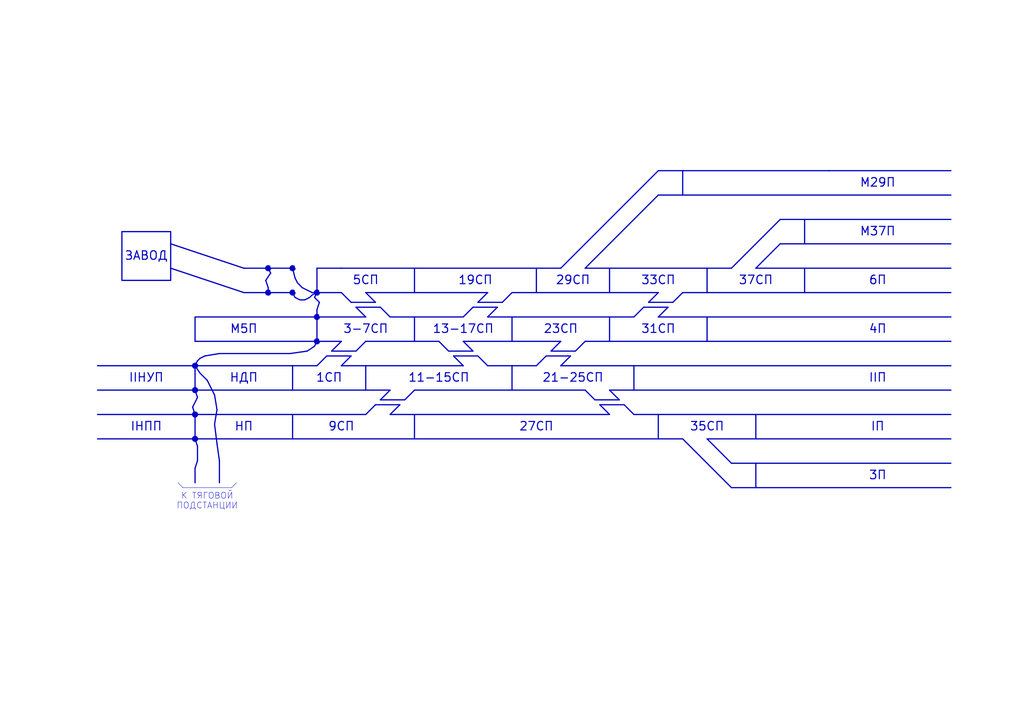
<source format=kicad_sch>
(kicad_sch
	(version 20231120)
	(generator "eeschema")
	(generator_version "8.0")
	(uuid "b2ec49a1-a956-4d7e-997a-c0b051ded1fe")
	(paper "A3")
	(title_block
		(company "АТ-451")
		(comment 2 "Михайлов А.К.")
		(comment 3 "Ворона В.К.")
	)
	(lib_symbols)
	(polyline
		(pts
			(xy 390 120) (xy 280 120)
		)
		(stroke
			(width 0.5)
			(type default)
		)
		(uuid "06af2e66-fa70-4d51-ab9e-b58931226fa7")
	)
	(polyline
		(pts
			(xy 140 110) (xy 230 110)
		)
		(stroke
			(width 0.5)
			(type default)
		)
		(uuid "077de279-b867-4867-bbf3-5fa5341d3173")
	)
	(polyline
		(pts
			(xy 270 120) (xy 210 120)
		)
		(stroke
			(width 0.5)
			(type default)
		)
		(uuid "07a5ec71-b991-4164-b0b7-05fc25eccdd5")
	)
	(polyline
		(pts
			(xy 111 112) (xy 109 115)
		)
		(stroke
			(width 0.5)
			(type default)
		)
		(uuid "0993db32-30d8-47ba-aa03-263834f30949")
	)
	(polyline
		(pts
			(xy 80 150) (xy 40 150)
		)
		(stroke
			(width 0.5)
			(type default)
		)
		(uuid "0a3d9377-9c60-4f9c-af00-e5f78f742fd1")
	)
	(polyline
		(pts
			(xy 130 120) (xy 128 121)
		)
		(stroke
			(width 0.5)
			(type default)
		)
		(uuid "0b64f6e8-0b5a-42d6-ae6f-b52fb9410210")
	)
	(polyline
		(pts
			(xy 250 130) (xy 250 140)
		)
		(stroke
			(width 0.5)
			(type default)
		)
		(uuid "0b8f10b6-27e8-4e32-98c8-dca3c49e3e27")
	)
	(polyline
		(pts
			(xy 120 110) (xy 121 114)
		)
		(stroke
			(width 0.5)
			(type default)
		)
		(uuid "0c829003-bee1-4d9b-befe-39acbd6e3c54")
	)
	(polyline
		(pts
			(xy 300 190) (xy 390 190)
		)
		(stroke
			(width 0.5)
			(type default)
		)
		(uuid "0d340197-368f-4cef-9155-2e2000f33ba5")
	)
	(polyline
		(pts
			(xy 144 124) (xy 154 124)
		)
		(stroke
			(width 0.5)
			(type default)
		)
		(uuid "0d8c40b3-51a4-4a48-9756-80ddb17de47e")
	)
	(polyline
		(pts
			(xy 240 160) (xy 241 161)
		)
		(stroke
			(width 0.5)
			(type default)
		)
		(uuid "0ef22102-3848-4a6c-bc37-dc4d8510656c")
	)
	(polyline
		(pts
			(xy 125 123) (xy 123 123)
		)
		(stroke
			(width 0.5)
			(type default)
		)
		(uuid "0ef660b9-b46b-4c87-9e5c-5d1cb31ca4a8")
	)
	(polyline
		(pts
			(xy 240 140) (xy 236 144)
		)
		(stroke
			(width 0.5)
			(type default)
		)
		(uuid "0f8ca367-d38b-4e23-8d4a-a1b22db57b73")
	)
	(polyline
		(pts
			(xy 129 122) (xy 131 124)
		)
		(stroke
			(width 0.5)
			(type default)
		)
		(uuid "0ff8da3e-ffbb-4429-a205-8662ffef3852")
	)
	(polyline
		(pts
			(xy 240 160) (xy 181 160)
		)
		(stroke
			(width 0.5)
			(type default)
		)
		(uuid "142d5f5f-f4ef-4590-a9b8-dd7bde8ae3cd")
	)
	(polyline
		(pts
			(xy 88 174) (xy 89 182)
		)
		(stroke
			(width 0.5)
			(type default)
		)
		(uuid "15dc7b1e-9514-42fb-9e15-b33e3c386da5")
	)
	(polyline
		(pts
			(xy 89 168) (xy 88 174)
		)
		(stroke
			(width 0.5)
			(type default)
		)
		(uuid "1a81fdc2-3ed1-42d2-8a40-ac6cb5a642b0")
	)
	(polyline
		(pts
			(xy 120 170) (xy 120 180)
		)
		(stroke
			(width 0.5)
			(type default)
		)
		(uuid "1cf7d024-5108-4a78-a1ba-57398e061b71")
	)
	(polyline
		(pts
			(xy 80 170) (xy 80 180)
		)
		(stroke
			(width 0.5)
			(type default)
		)
		(uuid "1d3f1cd7-e5a0-420c-a3bc-7be8e5f67fb2")
	)
	(polyline
		(pts
			(xy 82 153) (xy 85 156)
		)
		(stroke
			(width 0.5)
			(type default)
		)
		(uuid "226e04bd-52e0-4ff9-9f14-52eb9937ca4a")
	)
	(polyline
		(pts
			(xy 80 150) (xy 130 150)
		)
		(stroke
			(width 0.5)
			(type default)
		)
		(uuid "23df0e31-72c8-4c2d-abf3-1367fd435583")
	)
	(polyline
		(pts
			(xy 40 180) (xy 80 180)
		)
		(stroke
			(width 0.5)
			(type default)
		)
		(uuid "2424caee-04fe-4247-8b6a-69f345ce4cc0")
	)
	(polyline
		(pts
			(xy 95 200) (xy 97 198)
		)
		(stroke
			(width 0)
			(type default)
		)
		(uuid "246c9912-7b56-4099-ad41-9addc32ae6ba")
	)
	(polyline
		(pts
			(xy 144 146) (xy 140 150)
		)
		(stroke
			(width 0.5)
			(type default)
		)
		(uuid "2490596b-2dd0-4fa2-845a-b932b38bf7fd")
	)
	(polyline
		(pts
			(xy 170 130) (xy 170 140)
		)
		(stroke
			(width 0.5)
			(type default)
		)
		(uuid "24c931e0-10d0-4de9-8169-d8853c0d7395")
	)
	(polyline
		(pts
			(xy 150 140) (xy 146 144)
		)
		(stroke
			(width 0.5)
			(type default)
		)
		(uuid "285e69db-d2f3-4e9c-8e3c-a01774709c9a")
	)
	(polyline
		(pts
			(xy 310 170) (xy 310 180)
		)
		(stroke
			(width 0.5)
			(type default)
		)
		(uuid "293f3bdd-7ccb-4364-b420-433ce80b6435")
	)
	(polyline
		(pts
			(xy 226 144) (xy 230 140)
		)
		(stroke
			(width 0.5)
			(type default)
		)
		(uuid "2b3982b8-b14c-44f6-81fb-fec685254143")
	)
	(polyline
		(pts
			(xy 136 144) (xy 140 140)
		)
		(stroke
			(width 0.5)
			(type default)
		)
		(uuid "2ce1a52c-7526-472a-94ad-0f2247f89f18")
	)
	(polyline
		(pts
			(xy 130 140) (xy 129 142)
		)
		(stroke
			(width 0.5)
			(type default)
		)
		(uuid "2dddb4dd-a053-4645-b39c-0bce37e2ea10")
	)
	(polyline
		(pts
			(xy 81 183) (xy 81 189)
		)
		(stroke
			(width 0.5)
			(type default)
		)
		(uuid "30f84ee1-6752-441f-8b20-7e9eb6c2d23f")
	)
	(polyline
		(pts
			(xy 90 145) (xy 84 146)
		)
		(stroke
			(width 0.5)
			(type default)
		)
		(uuid "3117ef7d-75a7-4e22-ba4d-54ec2c97c238")
	)
	(polyline
		(pts
			(xy 122 116) (xy 124 118)
		)
		(stroke
			(width 0.5)
			(type default)
		)
		(uuid "31cf3b28-5a21-408b-870b-f29e7910fadd")
	)
	(polyline
		(pts
			(xy 250 160) (xy 254 164)
		)
		(stroke
			(width 0.5)
			(type default)
		)
		(uuid "3502f32a-111d-4015-9a92-3b38fdc7c2c1")
	)
	(polyline
		(pts
			(xy 270 80) (xy 240 110)
		)
		(stroke
			(width 0.5)
			(type default)
		)
		(uuid "35901106-3993-4e76-af7b-136ea056a36c")
	)
	(polyline
		(pts
			(xy 85 156) (xy 88 162)
		)
		(stroke
			(width 0.5)
			(type default)
		)
		(uuid "362821ad-f5ef-45e8-b1e4-c95c48b00d0d")
	)
	(polyline
		(pts
			(xy 131 124) (xy 130 127)
		)
		(stroke
			(width 0.5)
			(type default)
		)
		(uuid "37d4fd29-51a9-41b8-b095-1b447592ddc7")
	)
	(polyline
		(pts
			(xy 110 110) (xy 111 112)
		)
		(stroke
			(width 0.5)
			(type default)
		)
		(uuid "3a48045f-4d0b-41e0-8cc0-0d6f310527fe")
	)
	(polyline
		(pts
			(xy 240 140) (xy 390 140)
		)
		(stroke
			(width 0.5)
			(type default)
		)
		(uuid "3a675ab8-5365-4ecc-bba0-ce02c1411e7b")
	)
	(polyline
		(pts
			(xy 300 200) (xy 390 200)
		)
		(stroke
			(width 0.5)
			(type default)
		)
		(uuid "3a782cfd-e4d8-4209-808d-b6b4dbddae77")
	)
	(polyline
		(pts
			(xy 80 160) (xy 160 160)
		)
		(stroke
			(width 0.5)
			(type default)
		)
		(uuid "3aa5c3e9-8731-4f76-8eed-f1a494061b0a")
	)
	(polyline
		(pts
			(xy 184 144) (xy 194 144)
		)
		(stroke
			(width 0.5)
			(type default)
		)
		(uuid "3ffd5f74-c7b6-4043-be30-14857e6d2b8e")
	)
	(polyline
		(pts
			(xy 260 130) (xy 264 126)
		)
		(stroke
			(width 0.5)
			(type default)
		)
		(uuid "410a931d-eb31-4bef-a33c-b72b79ae6bdb")
	)
	(polyline
		(pts
			(xy 226 144) (xy 236 144)
		)
		(stroke
			(width 0.5)
			(type default)
		)
		(uuid "414e6b28-f7c8-476b-86bd-ecbd50bc68fc")
	)
	(polyline
		(pts
			(xy 184 144) (xy 180 140)
		)
		(stroke
			(width 0.5)
			(type default)
		)
		(uuid "41e33b2b-c199-4486-a00d-03174552e550")
	)
	(polyline
		(pts
			(xy 280 70) (xy 280 80)
		)
		(stroke
			(width 0.5)
			(type default)
		)
		(uuid "42efef7b-4e20-492c-bf97-0f7e73297f34")
	)
	(polyline
		(pts
			(xy 130 120) (xy 140 120)
		)
		(stroke
			(width 0.5)
			(type default)
		)
		(uuid "459e3cd4-f69a-4c28-96eb-a3743d8c6731")
	)
	(polyline
		(pts
			(xy 130 110) (xy 130 120)
		)
		(stroke
			(width 0.5)
			(type default)
		)
		(uuid "4794235b-dbfe-4fa5-a877-06838372c875")
	)
	(polyline
		(pts
			(xy 80 192) (xy 80 195)
		)
		(stroke
			(width 0.5)
			(type default)
		)
		(uuid "488dd222-6d0f-47e9-aa67-0f7b833e7423")
	)
	(polyline
		(pts
			(xy 246 166) (xy 256 166)
		)
		(stroke
			(width 0.5)
			(type default)
		)
		(uuid "49635666-0f74-41f9-b082-7c8d01e239f5")
	)
	(polyline
		(pts
			(xy 260 170) (xy 390 170)
		)
		(stroke
			(width 0.5)
			(type default)
		)
		(uuid "4c57f236-9792-4235-83b7-7ed175d8beca")
	)
	(polyline
		(pts
			(xy 128 120) (xy 130 120)
		)
		(stroke
			(width 0.5)
			(type default)
		)
		(uuid "4fcf728a-ed91-42d1-9fdc-9b201b837fa2")
	)
	(polyline
		(pts
			(xy 75 200) (xy 95 200)
		)
		(stroke
			(width 0)
			(type default)
		)
		(uuid "50dd8c50-a10e-49b5-b0a8-4c1d21195923")
	)
	(polyline
		(pts
			(xy 119 145) (xy 90 145)
		)
		(stroke
			(width 0.5)
			(type default)
		)
		(uuid "522b0b65-3f28-4ef3-9bd6-adafbd82d222")
	)
	(polyline
		(pts
			(xy 260 170) (xy 256 166)
		)
		(stroke
			(width 0.5)
			(type default)
		)
		(uuid "556e0fad-0a04-4d1c-9c45-84fa3b7a1285")
	)
	(polyline
		(pts
			(xy 109 115) (xy 110 118)
		)
		(stroke
			(width 0.5)
			(type default)
		)
		(uuid "5813eb3e-abb3-479d-b82c-a363b5445a6c")
	)
	(polyline
		(pts
			(xy 300 190) (xy 290 180)
		)
		(stroke
			(width 0.5)
			(type default)
		)
		(uuid "59035b7d-20a7-4dd9-ac18-7074a1c865ca")
	)
	(polyline
		(pts
			(xy 170 170) (xy 170 180)
		)
		(stroke
			(width 0.5)
			(type default)
		)
		(uuid "5c635eae-286c-41de-a991-520aa956f20e")
	)
	(polyline
		(pts
			(xy 194 126) (xy 204 126)
		)
		(stroke
			(width 0.5)
			(type default)
		)
		(uuid "60185a14-1c2e-46b5-9783-f0e8f3dc6db8")
	)
	(polyline
		(pts
			(xy 81 148) (xy 80 150)
		)
		(stroke
			(width 0.5)
			(type default)
		)
		(uuid "624fb422-c770-4886-85f5-68002d291c41")
	)
	(polyline
		(pts
			(xy 280 120) (xy 276 124)
		)
		(stroke
			(width 0.5)
			(type default)
		)
		(uuid "6358afef-3432-4843-8f07-cc81d824ef85")
	)
	(polyline
		(pts
			(xy 130 130) (xy 130 140)
		)
		(stroke
			(width 0.5)
			(type default)
		)
		(uuid "63a65d9a-a7bb-4795-83be-18152f2e1f17")
	)
	(polyline
		(pts
			(xy 130 120) (xy 129 122)
		)
		(stroke
			(width 0.5)
			(type default)
		)
		(uuid "646a6185-2cf7-470e-bfeb-d30bbf3aead8")
	)
	(polyline
		(pts
			(xy 250 110) (xy 250 120)
		)
		(stroke
			(width 0.5)
			(type default)
		)
		(uuid "65a24bac-a63b-4d41-9e75-b80676d75086")
	)
	(polyline
		(pts
			(xy 264 126) (xy 274 126)
		)
		(stroke
			(width 0.5)
			(type default)
		)
		(uuid "66d772af-be70-4028-9fe4-7eccfde834c4")
	)
	(polyline
		(pts
			(xy 200 130) (xy 260 130)
		)
		(stroke
			(width 0.5)
			(type default)
		)
		(uuid "67c9f219-e0f9-4f29-94c1-9d0acedd0b36")
	)
	(polyline
		(pts
			(xy 170 160) (xy 181 160)
		)
		(stroke
			(width 0.5)
			(type default)
		)
		(uuid "696e9c2d-f311-45d6-806b-3e3b0e4875fc")
	)
	(polyline
		(pts
			(xy 80 130) (xy 150 130)
		)
		(stroke
			(width 0.5)
			(type default)
		)
		(uuid "6c1626ff-6d72-4313-b639-3b6a2d295dcd")
	)
	(polyline
		(pts
			(xy 170 110) (xy 170 120)
		)
		(stroke
			(width 0.5)
			(type default)
		)
		(uuid "6c79a266-4d24-40ae-9f82-9d109960f06e")
	)
	(polyline
		(pts
			(xy 121 114) (xy 122 116)
		)
		(stroke
			(width 0.5)
			(type default)
		)
		(uuid "6cd8db4f-d97f-46e0-a7fa-8f83fd5621da")
	)
	(polyline
		(pts
			(xy 70 100) (xy 100 110)
		)
		(stroke
			(width 0.5)
			(type default)
		)
		(uuid "6cefc131-55ee-4041-a697-f4c33994ce03")
	)
	(polyline
		(pts
			(xy 140 150) (xy 190 150)
		)
		(stroke
			(width 0.5)
			(type default)
		)
		(uuid "6db45343-5333-4a5e-a6bc-91c3ae5c3532")
	)
	(polyline
		(pts
			(xy 130 127) (xy 130 130)
		)
		(stroke
			(width 0.5)
			(type default)
		)
		(uuid "6dbe466e-2384-494e-8bb3-472e84caabfd")
	)
	(polyline
		(pts
			(xy 150 150) (xy 150 160)
		)
		(stroke
			(width 0.5)
			(type default)
		)
		(uuid "6dc25fe3-541c-4b53-ac09-5317cb8b5a03")
	)
	(polyline
		(pts
			(xy 81 163) (xy 79 167)
		)
		(stroke
			(width 0.5)
			(type default)
		)
		(uuid "6e88201e-d994-4a92-b01e-a73fff9bae1a")
	)
	(polyline
		(pts
			(xy 120 160) (xy 120 150)
		)
		(stroke
			(width 0.5)
			(type default)
		)
		(uuid "6efd9ffc-360f-4990-b8de-ae3ccea0b4a9")
	)
	(polyline
		(pts
			(xy 200 150) (xy 220 150)
		)
		(stroke
			(width 0.5)
			(type default)
		)
		(uuid "700e4558-cbc9-4be2-8eb0-cf5a6e8c12e9")
	)
	(polyline
		(pts
			(xy 144 124) (xy 140 120)
		)
		(stroke
			(width 0.5)
			(type default)
		)
		(uuid "702de253-e26e-4b66-80b2-112840f68ee3")
	)
	(polyline
		(pts
			(xy 150 120) (xy 154 124)
		)
		(stroke
			(width 0.5)
			(type default)
		)
		(uuid "703c7220-85e4-4355-bd14-292877e5b904")
	)
	(polyline
		(pts
			(xy 160 130) (xy 190 130)
		)
		(stroke
			(width 0.5)
			(type default)
		)
		(uuid "71a9013b-722c-47d3-a934-bff085eafd40")
	)
	(polyline
		(pts
			(xy 290 130) (xy 290 140)
		)
		(stroke
			(width 0.5)
			(type default)
		)
		(uuid "71cb537a-8ee4-4fc0-8e37-b31499e27515")
	)
	(polyline
		(pts
			(xy 134 146) (xy 144 146)
		)
		(stroke
			(width 0.5)
			(type default)
		)
		(uuid "725cb920-2184-40ff-bce7-af35afc416bc")
	)
	(polyline
		(pts
			(xy 80 170) (xy 150 170)
		)
		(stroke
			(width 0.5)
			(type default)
		)
		(uuid "7367e74c-eccc-49b9-b9a2-c388777fbdb6")
	)
	(polyline
		(pts
			(xy 246 166) (xy 250 170)
		)
		(stroke
			(width 0.5)
			(type default)
		)
		(uuid "744431ae-f342-4a12-9b64-4a317ed3f529")
	)
	(polyline
		(pts
			(xy 156 126) (xy 160 130)
		)
		(stroke
			(width 0.5)
			(type default)
		)
		(uuid "75658f42-26c3-40de-b86b-928ac558279f")
	)
	(polyline
		(pts
			(xy 230 110) (xy 270 70)
		)
		(stroke
			(width 0.5)
			(type default)
		)
		(uuid "7c8c47a9-15fe-48ca-8d49-7b708d2f6271")
	)
	(polyline
		(pts
			(xy 128 121) (xy 127 122)
		)
		(stroke
			(width 0.5)
			(type default)
		)
		(uuid "7d41eb35-662b-420a-b070-f4c41ae93382")
	)
	(polyline
		(pts
			(xy 80 195) (xy 80 198)
		)
		(stroke
			(width 0.5)
			(type default)
		)
		(uuid "82d0b2ee-ac0e-4f20-86bd-d0de11801362")
	)
	(polyline
		(pts
			(xy 254 164) (xy 244 164)
		)
		(stroke
			(width 0.5)
			(type default)
		)
		(uuid "82dae84f-c440-4755-a362-b0140f59dc6a")
	)
	(polyline
		(pts
			(xy 160 170) (xy 164 166)
		)
		(stroke
			(width 0.5)
			(type default)
		)
		(uuid "8408a147-c8af-49ff-8ba2-0ce407d1728c")
	)
	(polyline
		(pts
			(xy 40 160) (xy 80 160)
		)
		(stroke
			(width 0.5)
			(type default)
		)
		(uuid "8434d402-b2e6-409b-9116-0cf9b96cb34e")
	)
	(polyline
		(pts
			(xy 270 70) (xy 340 70)
		)
		(stroke
			(width 0.5)
			(type default)
		)
		(uuid "857dcba4-3881-4f9d-b0ba-6923727011f5")
	)
	(polyline
		(pts
			(xy 230 150) (xy 390 150)
		)
		(stroke
			(width 0.5)
			(type default)
		)
		(uuid "865eae8e-2f70-4980-a0fa-cbae0af1ce1c")
	)
	(polyline
		(pts
			(xy 196 124) (xy 200 120)
		)
		(stroke
			(width 0.5)
			(type default)
		)
		(uuid "8714c31c-4b8c-4686-bfa4-4d6dcfcb0bd5")
	)
	(polyline
		(pts
			(xy 140 110) (xy 130 110)
		)
		(stroke
			(width 0.5)
			(type default)
		)
		(uuid "8921ed80-3e8f-42b9-840c-d5f1e6452498")
	)
	(polyline
		(pts
			(xy 81 189) (xy 80 192)
		)
		(stroke
			(width 0.5)
			(type default)
		)
		(uuid "8b19b926-3737-4c60-8b07-9b118677f801")
	)
	(polyline
		(pts
			(xy 79 167) (xy 80 170)
		)
		(stroke
			(width 0.5)
			(type default)
		)
		(uuid "8cde95c6-37de-44a8-9b4c-54876ca77ed3")
	)
	(polyline
		(pts
			(xy 190 140) (xy 230 140)
		)
		(stroke
			(width 0.5)
			(type default)
		)
		(uuid "8ee05ec3-e95e-46e0-b5e7-7d58c48e93f7")
	)
	(polyline
		(pts
			(xy 160 170) (xy 250 170)
		)
		(stroke
			(width 0.5)
			(type default)
		)
		(uuid "8fc6bf87-010a-4767-b98e-789a5975c365")
	)
	(polyline
		(pts
			(xy 196 124) (xy 206 124)
		)
		(stroke
			(width 0.5)
			(type default)
		)
		(uuid "90743ce8-10be-47e9-9c37-3eff78d445ad")
	)
	(polyline
		(pts
			(xy 126 144) (xy 119 145)
		)
		(stroke
			(width 0.5)
			(type default)
		)
		(uuid "9633ce99-9997-4a99-9e2c-d365cb12085c")
	)
	(polyline
		(pts
			(xy 290 110) (xy 290 120)
		)
		(stroke
			(width 0.5)
			(type default)
		)
		(uuid "965380bb-c672-4847-a63d-f127fade1140")
	)
	(polyline
		(pts
			(xy 80 170) (xy 40 170)
		)
		(stroke
			(width 0.5)
			(type default)
		)
		(uuid "973b89c4-3dd6-454f-9002-c5c19bf54e20")
	)
	(polyline
		(pts
			(xy 270 170) (xy 270 180)
		)
		(stroke
			(width 0.5)
			(type default)
		)
		(uuid "9747541f-fc99-405b-b867-42bb083f7316")
	)
	(polyline
		(pts
			(xy 204 126) (xy 200 130)
		)
		(stroke
			(width 0.5)
			(type default)
		)
		(uuid "99028d16-8c40-485b-8524-d389fc45890a")
	)
	(polyline
		(pts
			(xy 190 150) (xy 186 146)
		)
		(stroke
			(width 0.5)
			(type default)
		)
		(uuid "9b1d1983-b922-49a9-8db3-20803a05075f")
	)
	(polyline
		(pts
			(xy 196 146) (xy 200 150)
		)
		(stroke
			(width 0.5)
			(type default)
		)
		(uuid "9cc13f77-6c43-4d0e-9d9f-259535fcacfe")
	)
	(polyline
		(pts
			(xy 310 110) (xy 390 110)
		)
		(stroke
			(width 0.5)
			(type default)
		)
		(uuid "a0a2df9f-09ae-446a-9eb9-46c59c5eb2ff")
	)
	(polyline
		(pts
			(xy 250 160) (xy 390 160)
		)
		(stroke
			(width 0.5)
			(type default)
		)
		(uuid "a0ff3f51-9559-4ae4-8275-87ee0652c166")
	)
	(polyline
		(pts
			(xy 210 130) (xy 210 140)
		)
		(stroke
			(width 0.5)
			(type default)
		)
		(uuid "a5543baa-7f2f-4122-85e1-45a9e9d2b8ed")
	)
	(polyline
		(pts
			(xy 80 130) (xy 80 140)
		)
		(stroke
			(width 0.5)
			(type default)
		)
		(uuid "a5735968-0f11-4977-af94-b7f007d4cf3c")
	)
	(polyline
		(pts
			(xy 136 144) (xy 146 144)
		)
		(stroke
			(width 0.5)
			(type default)
		)
		(uuid "a5ce0c15-cf0a-4043-9fb7-054f340b46da")
	)
	(polyline
		(pts
			(xy 110 118) (xy 110 120)
		)
		(stroke
			(width 0.5)
			(type default)
		)
		(uuid "a5ffb81c-f460-47f3-a9c6-ed0e690977e3")
	)
	(polyline
		(pts
			(xy 220 110) (xy 220 120)
		)
		(stroke
			(width 0.5)
			(type default)
		)
		(uuid "a895c328-a71b-4004-8671-c1dda2e0638c")
	)
	(polyline
		(pts
			(xy 124 118) (xy 128 120)
		)
		(stroke
			(width 0.5)
			(type default)
		)
		(uuid "aa39d085-6399-4b87-8b92-d8198ca0a2c3")
	)
	(polyline
		(pts
			(xy 260 150) (xy 260 160)
		)
		(stroke
			(width 0.5)
			(type default)
		)
		(uuid "aa53b2d8-5557-433e-b884-9cf04f7d952b")
	)
	(polyline
		(pts
			(xy 88 162) (xy 89 168)
		)
		(stroke
			(width 0.5)
			(type default)
		)
		(uuid "aae505d0-2924-4da8-bb8b-9a7e589e5f1e")
	)
	(polyline
		(pts
			(xy 290 180) (xy 390 180)
		)
		(stroke
			(width 0.5)
			(type default)
		)
		(uuid "ac4f2dcc-d13d-4028-bbf7-220a34c4a980")
	)
	(polyline
		(pts
			(xy 330 90) (xy 330 100)
		)
		(stroke
			(width 0.5)
			(type default)
		)
		(uuid "ace2c0a0-f4d6-461a-a287-8df4c9f914e1")
	)
	(polyline
		(pts
			(xy 156 164) (xy 166 164)
		)
		(stroke
			(width 0.5)
			(type default)
		)
		(uuid "af2f24a4-87d9-4152-9487-94feea119313")
	)
	(polyline
		(pts
			(xy 150 130) (xy 146 126)
		)
		(stroke
			(width 0.5)
			(type default)
		)
		(uuid "af5359fd-28bd-42a3-ba79-46c731de8bf1")
	)
	(polyline
		(pts
			(xy 156 164) (xy 160 160)
		)
		(stroke
			(width 0.5)
			(type default)
		)
		(uuid "afb9e501-c57c-49e5-9ba4-a18bef0eb346")
	)
	(polyline
		(pts
			(xy 266 124) (xy 270 120)
		)
		(stroke
			(width 0.5)
			(type default)
		)
		(uuid "b090282e-81d0-4755-8f16-17063315269b")
	)
	(polyline
		(pts
			(xy 320 100) (xy 310 110)
		)
		(stroke
			(width 0.5)
			(type default)
		)
		(uuid "b0a0894f-0b94-41ba-9986-1373e7fd5083")
	)
	(polyline
		(pts
			(xy 80 160) (xy 80 160)
		)
		(stroke
			(width 0.5)
			(type default)
		)
		(uuid "b33e3ccb-d5c6-46df-8d02-f0880140dad4")
	)
	(polyline
		(pts
			(xy 84 146) (xy 82 147)
		)
		(stroke
			(width 0.5)
			(type default)
		)
		(uuid "b44213f5-f782-4d0d-955f-dedba545cbd0")
	)
	(polyline
		(pts
			(xy 210 150) (xy 210 160)
		)
		(stroke
			(width 0.5)
			(type default)
		)
		(uuid "b74e5009-23a5-4c7e-8abe-1d687604b187")
	)
	(polyline
		(pts
			(xy 224 146) (xy 234 146)
		)
		(stroke
			(width 0.5)
			(type default)
		)
		(uuid "b75172b5-8de6-40a9-bdb6-290d0ddbacf7")
	)
	(polyline
		(pts
			(xy 234 146) (xy 230 150)
		)
		(stroke
			(width 0.5)
			(type default)
		)
		(uuid "b7972184-15e5-433a-9c94-a766048cc6de")
	)
	(polyline
		(pts
			(xy 320 90) (xy 390 90)
		)
		(stroke
			(width 0.5)
			(type default)
		)
		(uuid "bba39fbf-3946-40ee-af3a-ac30a14ef0ac")
	)
	(polyline
		(pts
			(xy 320 100) (xy 390 100)
		)
		(stroke
			(width 0.5)
			(type default)
		)
		(uuid "be8c56b8-694d-4270-8f7a-812ad62b40c9")
	)
	(polyline
		(pts
			(xy 80 140) (xy 140 140)
		)
		(stroke
			(width 0.5)
			(type default)
		)
		(uuid "c3afb707-db40-4dc9-9ef2-dd62f4155e2f")
	)
	(polyline
		(pts
			(xy 90 189) (xy 90 198)
		)
		(stroke
			(width 0.5)
			(type default)
		)
		(uuid "c45a0316-c4d9-484a-9001-ae3d89769869")
	)
	(polyline
		(pts
			(xy 150 120) (xy 200 120)
		)
		(stroke
			(width 0.5)
			(type default)
		)
		(uuid "c4bc500f-3d26-440f-b027-edc72f000770")
	)
	(polyline
		(pts
			(xy 210 120) (xy 206 124)
		)
		(stroke
			(width 0.5)
			(type default)
		)
		(uuid "c6f533ed-3bcb-4afc-8f53-605e7d1149e5")
	)
	(polyline
		(pts
			(xy 154 166) (xy 164 166)
		)
		(stroke
			(width 0.5)
			(type default)
		)
		(uuid "c8de5188-d004-4073-9538-4373ff4731a0")
	)
	(polyline
		(pts
			(xy 80 150) (xy 80 160)
		)
		(stroke
			(width 0.5)
			(type default)
		)
		(uuid "c8fd6513-5fba-40b7-a399-49a8580f7f14")
	)
	(polyline
		(pts
			(xy 154 166) (xy 150 170)
		)
		(stroke
			(width 0.5)
			(type default)
		)
		(uuid "cb6cd60b-3745-4809-9258-0ce0dab09eeb")
	)
	(polyline
		(pts
			(xy 190 130) (xy 194 126)
		)
		(stroke
			(width 0.5)
			(type default)
		)
		(uuid "cbec465c-b0cd-41ee-853e-7390b02dc834")
	)
	(polyline
		(pts
			(xy 180 140) (xy 150 140)
		)
		(stroke
			(width 0.5)
			(type default)
		)
		(uuid "cccd15bf-35d6-4bc3-b5ab-5acad212d1b6")
	)
	(polyline
		(pts
			(xy 190 140) (xy 194 144)
		)
		(stroke
			(width 0.5)
			(type default)
		)
		(uuid "cd9345a8-9a4c-497a-9638-4b69030de781")
	)
	(polyline
		(pts
			(xy 80 160) (xy 81 163)
		)
		(stroke
			(width 0.5)
			(type default)
		)
		(uuid "d0f80cd2-63f2-4a72-b6b5-097ec502ccc2")
	)
	(polyline
		(pts
			(xy 130 150) (xy 134 146)
		)
		(stroke
			(width 0.5)
			(type default)
		)
		(uuid "d16393c1-e742-41f2-a602-f34a7429a34e")
	)
	(polyline
		(pts
			(xy 73 198) (xy 75 200)
		)
		(stroke
			(width 0)
			(type default)
		)
		(uuid "d213713b-2c38-4ef4-9efb-663835c274e3")
	)
	(polyline
		(pts
			(xy 300 110) (xy 320 90)
		)
		(stroke
			(width 0.5)
			(type default)
		)
		(uuid "d315e4c2-bfee-49cb-b836-9e4b837b8c14")
	)
	(polyline
		(pts
			(xy 82 147) (xy 81 148)
		)
		(stroke
			(width 0.5)
			(type default)
		)
		(uuid "d39b17c5-e0a6-47fc-9800-24ddb3e84859")
	)
	(polyline
		(pts
			(xy 127 122) (xy 125 123)
		)
		(stroke
			(width 0.5)
			(type default)
		)
		(uuid "d4251508-d16b-47e8-9c13-829b812c9471")
	)
	(polyline
		(pts
			(xy 123 123) (xy 121 122)
		)
		(stroke
			(width 0.5)
			(type default)
		)
		(uuid "d6a27994-3fd1-4a06-b26d-323019b39d65")
	)
	(polyline
		(pts
			(xy 70 110) (xy 100 120)
		)
		(stroke
			(width 0.5)
			(type default)
		)
		(uuid "d855c068-fac9-4ddc-a1bb-03ac14c1da8f")
	)
	(polyline
		(pts
			(xy 340 70) (xy 390 70)
		)
		(stroke
			(width 0.5)
			(type default)
		)
		(uuid "d98fe561-e988-4ac8-947d-00e9042ae49f")
	)
	(polyline
		(pts
			(xy 120 110) (xy 100 110)
		)
		(stroke
			(width 0.5)
			(type default)
		)
		(uuid "d9f96856-fce9-4c36-8da4-ba92adc95e57")
	)
	(polyline
		(pts
			(xy 244 164) (xy 241 161)
		)
		(stroke
			(width 0.5)
			(type default)
		)
		(uuid "dbbeb3f7-d8b8-4f10-9f30-ed29407da874")
	)
	(polyline
		(pts
			(xy 129 142) (xy 126 144)
		)
		(stroke
			(width 0.5)
			(type default)
		)
		(uuid "dcce4ef2-bcbb-426b-8089-78a821bda4e5")
	)
	(polyline
		(pts
			(xy 310 190) (xy 310 200)
		)
		(stroke
			(width 0.5)
			(type default)
		)
		(uuid "e113bceb-3c2f-47c4-8f76-24621fcd6a51")
	)
	(polyline
		(pts
			(xy 89 182) (xy 90 189)
		)
		(stroke
			(width 0.5)
			(type default)
		)
		(uuid "e1b9b857-9036-46eb-9ffd-031cc1fba65c")
	)
	(polyline
		(pts
			(xy 266 124) (xy 276 124)
		)
		(stroke
			(width 0.5)
			(type default)
		)
		(uuid "e7939767-3dd3-4f03-81a2-37c3aec6f62b")
	)
	(polyline
		(pts
			(xy 186 146) (xy 196 146)
		)
		(stroke
			(width 0.5)
			(type default)
		)
		(uuid "e89fb1b4-ce80-4418-9ed5-fa6236ea0d94")
	)
	(polyline
		(pts
			(xy 170 160) (xy 166 164)
		)
		(stroke
			(width 0.5)
			(type default)
		)
		(uuid "ea397d4a-7a03-4e16-983c-51e3982ae302")
	)
	(polyline
		(pts
			(xy 270 130) (xy 390 130)
		)
		(stroke
			(width 0.5)
			(type default)
		)
		(uuid "eafd9a86-36cc-4a3b-9291-a86a05317d94")
	)
	(polyline
		(pts
			(xy 300 200) (xy 280 180)
		)
		(stroke
			(width 0.5)
			(type default)
		)
		(uuid "eb1d8ba9-fb2e-4b33-8092-2b571762122c")
	)
	(polyline
		(pts
			(xy 270 80) (xy 390 80)
		)
		(stroke
			(width 0.5)
			(type default)
		)
		(uuid "ec60c377-4331-4d88-b20c-71f821e02867")
	)
	(polyline
		(pts
			(xy 120 120) (xy 100 120)
		)
		(stroke
			(width 0.5)
			(type default)
		)
		(uuid "ed7690c8-6b89-4464-a881-f13a0c98366a")
	)
	(polyline
		(pts
			(xy 274 126) (xy 270 130)
		)
		(stroke
			(width 0.5)
			(type default)
		)
		(uuid "eecc9e41-2520-4f3e-a95b-a7f906301213")
	)
	(polyline
		(pts
			(xy 80 180) (xy 81 183)
		)
		(stroke
			(width 0.5)
			(type default)
		)
		(uuid "f2ab03a3-55eb-4be5-87fe-399bb02ae6bb")
	)
	(polyline
		(pts
			(xy 240 110) (xy 300 110)
		)
		(stroke
			(width 0.5)
			(type default)
		)
		(uuid "f3e629da-20e5-4d0f-8657-cb7c799c8d50")
	)
	(polyline
		(pts
			(xy 80 180) (xy 280 180)
		)
		(stroke
			(width 0.5)
			(type default)
		)
		(uuid "f49c0a3c-771f-402b-b2e7-5b1e95ec7d1b")
	)
	(polyline
		(pts
			(xy 220 150) (xy 224 146)
		)
		(stroke
			(width 0.5)
			(type default)
		)
		(uuid "f4b7fec7-bc6a-4a95-aa50-383245e34097")
	)
	(polyline
		(pts
			(xy 146 126) (xy 156 126)
		)
		(stroke
			(width 0.5)
			(type default)
		)
		(uuid "f772d058-fb2c-4689-8fec-e50b7a32b383")
	)
	(polyline
		(pts
			(xy 120 120) (xy 121 122)
		)
		(stroke
			(width 0.5)
			(type default)
		)
		(uuid "fc4896e9-d20c-40e1-8a0d-766ebe629bf7")
	)
	(polyline
		(pts
			(xy 330 110) (xy 330 120)
		)
		(stroke
			(width 0.5)
			(type default)
		)
		(uuid "fea8e1f0-0b77-414a-8f40-1c1355751dea")
	)
	(polyline
		(pts
			(xy 80 150) (xy 82 153)
		)
		(stroke
			(width 0.5)
			(type default)
		)
		(uuid "fef3991b-3db5-4cd7-b33d-94f58ea6f793")
	)
	(circle
		(center 80 180)
		(radius 1)
		(stroke
			(width 0.5)
			(type default)
		)
		(fill
			(type color)
			(color 0 0 194 1)
		)
		(uuid 066fada1-6677-4ca2-bafa-dcef53dc3073)
	)
	(circle
		(center 120 110)
		(radius 1)
		(stroke
			(width 0.5)
			(type dash_dot_dot)
		)
		(fill
			(type color)
			(color 0 0 194 1)
		)
		(uuid 0c38a38f-77d4-4831-be07-d50e39fc7869)
	)
	(circle
		(center 80 160)
		(radius 1)
		(stroke
			(width 0.5)
			(type default)
		)
		(fill
			(type color)
			(color 0 0 194 1)
		)
		(uuid 0f715270-fb05-428d-bf51-41327500fcc3)
	)
	(circle
		(center 110 110)
		(radius 1)
		(stroke
			(width 0.5)
			(type dash_dot_dot)
		)
		(fill
			(type color)
			(color 0 0 194 1)
		)
		(uuid 1935b166-2c68-4498-940e-4befad27c3b9)
	)
	(circle
		(center 130 130)
		(radius 1)
		(stroke
			(width 0.5)
			(type dash_dot_dot)
		)
		(fill
			(type color)
			(color 0 0 194 1)
		)
		(uuid 2cc8347e-8656-41b1-a1a6-2e5ca9f9c61a)
	)
	(circle
		(center 130 120)
		(radius 1)
		(stroke
			(width 0.5)
			(type dash_dot_dot)
		)
		(fill
			(type color)
			(color 0 0 194 1)
		)
		(uuid 3b92c3ff-7e22-449c-b0d1-99ec3f10a874)
	)
	(circle
		(center 110 120)
		(radius 1)
		(stroke
			(width 0.5)
			(type dash_dot_dot)
		)
		(fill
			(type color)
			(color 0 0 194 1)
		)
		(uuid 3d2e5a4f-fd5d-4730-86f9-e37a25465465)
	)
	(rectangle
		(start 50 95)
		(end 70 115)
		(stroke
			(width 0.5)
			(type default)
		)
		(fill
			(type none)
		)
		(uuid 7fd078f2-a746-4ff1-9d57-9b5b9fbb5596)
	)
	(circle
		(center 80 150)
		(radius 1)
		(stroke
			(width 0.5)
			(type default)
		)
		(fill
			(type color)
			(color 0 0 194 1)
		)
		(uuid a5f94f7e-d53f-4963-b62d-c7865824b30a)
	)
	(circle
		(center 130 140)
		(radius 1)
		(stroke
			(width 0.5)
			(type dash_dot_dot)
		)
		(fill
			(type color)
			(color 0 0 194 1)
		)
		(uuid c3b0fd51-8745-4d32-9533-556e259d79b0)
	)
	(circle
		(center 80 170)
		(radius 1)
		(stroke
			(width 0.5)
			(type default)
		)
		(fill
			(type color)
			(color 0 0 194 1)
		)
		(uuid c8110f3d-e431-4078-8fd5-63cd25641932)
	)
	(circle
		(center 120 120)
		(radius 1)
		(stroke
			(width 0.5)
			(type dash_dot_dot)
		)
		(fill
			(type color)
			(color 0 0 194 1)
		)
		(uuid d33224e6-6403-4826-8d8f-5388e77ac2b0)
	)
	(text "19СП"
		(exclude_from_sim no)
		(at 195 115 0)
		(effects
			(font
				(size 3.5 3.5)
				(thickness 0.4375)
			)
		)
		(uuid "073a8464-f1ad-4466-a55b-a84a6c406b92")
	)
	(text "29СП"
		(exclude_from_sim no)
		(at 235 115 0)
		(effects
			(font
				(size 3.5 3.5)
				(thickness 0.4375)
			)
		)
		(uuid "15d9d239-54a4-435f-aed5-e23921b56fcc")
	)
	(text "М29П"
		(exclude_from_sim no)
		(at 360 75 0)
		(effects
			(font
				(size 3.5 3.5)
				(thickness 0.4375)
			)
		)
		(uuid "224f421c-3ca8-4e4f-962e-f68552838c99")
	)
	(text "37СП"
		(exclude_from_sim no)
		(at 310 115 0)
		(effects
			(font
				(size 3.5 3.5)
				(thickness 0.4375)
			)
		)
		(uuid "2ac7c129-bc2e-4649-9f87-07beb29fd3ac")
	)
	(text "НДП"
		(exclude_from_sim no)
		(at 100 155 0)
		(effects
			(font
				(size 3.5 3.5)
				(thickness 0.4375)
			)
		)
		(uuid "2df017a6-3532-4e89-a684-8a5473ace5e2")
	)
	(text "1СП"
		(exclude_from_sim no)
		(at 135 155 0)
		(effects
			(font
				(size 3.5 3.5)
				(thickness 0.4375)
			)
		)
		(uuid "422a0aff-0639-495e-878f-08eecf2c5687")
	)
	(text "27СП"
		(exclude_from_sim no)
		(at 220 175 0)
		(effects
			(font
				(size 3.5 3.5)
				(thickness 0.4375)
			)
		)
		(uuid "545def95-0082-4ffe-b43f-9c15bf5bf357")
	)
	(text "11-15СП"
		(exclude_from_sim no)
		(at 180 155 0)
		(effects
			(font
				(size 3.5 3.5)
				(thickness 0.4375)
			)
		)
		(uuid "6165a113-a89c-43ae-ba47-80bdaec44968")
	)
	(text "М37П"
		(exclude_from_sim no)
		(at 360 95 0)
		(effects
			(font
				(size 3.5 3.5)
				(thickness 0.4375)
			)
		)
		(uuid "676bfd45-b1b6-49c9-8c7e-ad150c293379")
	)
	(text "13-17СП"
		(exclude_from_sim no)
		(at 190 135 0)
		(effects
			(font
				(size 3.5 3.5)
				(thickness 0.4375)
			)
		)
		(uuid "732fa323-a531-4b11-9c17-0e9c429ab5dd")
	)
	(text "23СП"
		(exclude_from_sim no)
		(at 230 135 0)
		(effects
			(font
				(size 3.5 3.5)
				(thickness 0.4375)
			)
		)
		(uuid "824b0239-79c4-4f6a-bd21-9043c2775ba9")
	)
	(text "НП"
		(exclude_from_sim no)
		(at 100 175 0)
		(effects
			(font
				(size 3.5 3.5)
				(thickness 0.4375)
			)
		)
		(uuid "8f91f7ef-6485-4b72-9727-a59356c0ab14")
	)
	(text "31СП"
		(exclude_from_sim no)
		(at 270 135 0)
		(effects
			(font
				(size 3.5 3.5)
				(thickness 0.4375)
			)
		)
		(uuid "969926d8-bb3c-4b61-9b4c-ea7f35734cab")
	)
	(text "9СП"
		(exclude_from_sim no)
		(at 140 175 0)
		(effects
			(font
				(size 3.5 3.5)
				(thickness 0.4375)
			)
		)
		(uuid "9a7f643c-415a-4c58-b05b-a5d45a8c7feb")
	)
	(text "3П"
		(exclude_from_sim no)
		(at 360 195 0)
		(effects
			(font
				(size 3.5 3.5)
				(thickness 0.4375)
			)
		)
		(uuid "9af848fb-ea8b-4902-82fe-9e3ee8b1ed82")
	)
	(text "21-25СП"
		(exclude_from_sim no)
		(at 235 155 0)
		(effects
			(font
				(size 3.5 3.5)
				(thickness 0.4375)
			)
		)
		(uuid "9d3bffd1-4e74-4d02-86aa-0e35df2e9137")
	)
	(text "6П"
		(exclude_from_sim no)
		(at 360 115 0)
		(effects
			(font
				(size 3.5 3.5)
				(thickness 0.4375)
			)
		)
		(uuid "a38b8909-9ea3-4947-b2e4-d6a0286e080c")
	)
	(text "5СП"
		(exclude_from_sim no)
		(at 150 115 0)
		(effects
			(font
				(size 3.5 3.5)
				(thickness 0.4375)
			)
		)
		(uuid "aee1fd3f-fd6a-4e30-986c-07a1450b9b79")
	)
	(text "3-7СП"
		(exclude_from_sim no)
		(at 150 135 0)
		(effects
			(font
				(size 3.5 3.5)
				(thickness 0.4375)
			)
		)
		(uuid "b252bc2d-eda1-40bc-b2d1-07a8875abfc1")
	)
	(text "35СП"
		(exclude_from_sim no)
		(at 290 175 0)
		(effects
			(font
				(size 3.5 3.5)
				(thickness 0.4375)
			)
		)
		(uuid "b25457fd-dace-4feb-a317-399b049fd5cc")
	)
	(text "К ТЯГОВОЙ\nПОДСТАНЦИИ"
		(exclude_from_sim no)
		(at 85 202 0)
		(effects
			(font
				(size 2.5 2.5)
			)
			(justify top)
		)
		(uuid "b281482b-c9b5-490a-8119-b6aa9e53df70")
	)
	(text "IП"
		(exclude_from_sim no)
		(at 360 175 0)
		(effects
			(font
				(size 3.5 3.5)
				(thickness 0.4375)
			)
		)
		(uuid "ba547ddc-2d81-44ca-9d69-4073ef44c750")
	)
	(text "33СП"
		(exclude_from_sim no)
		(at 270 115 0)
		(effects
			(font
				(size 3.5 3.5)
				(thickness 0.4375)
			)
		)
		(uuid "bfbb86ef-3696-48d7-b621-31d7e7dec7c6")
	)
	(text "ЗАВОД"
		(exclude_from_sim no)
		(at 60 105 0)
		(effects
			(font
				(size 3.5 3.5)
				(thickness 0.4375)
			)
		)
		(uuid "ca739c58-bafc-46a8-b718-5b281f979b4d")
	)
	(text "4П"
		(exclude_from_sim no)
		(at 360 135 0)
		(effects
			(font
				(size 3.5 3.5)
				(thickness 0.4375)
			)
		)
		(uuid "cada7c9d-3c51-4d1a-9677-f306d2eea6ac")
	)
	(text "IIП"
		(exclude_from_sim no)
		(at 360 155 0)
		(effects
			(font
				(size 3.5 3.5)
				(thickness 0.4375)
			)
		)
		(uuid "cb316c84-c38b-4cc9-80de-1383efcb5e31")
	)
	(text "IНПП"
		(exclude_from_sim no)
		(at 60 175 0)
		(effects
			(font
				(size 3.5 3.5)
				(thickness 0.4375)
			)
		)
		(uuid "e949c308-080d-4057-8e13-31ef4fcd7735")
	)
	(text "М5П"
		(exclude_from_sim no)
		(at 100 135 0)
		(effects
			(font
				(size 3.5 3.5)
				(thickness 0.4375)
			)
		)
		(uuid "e9c8ea32-8075-4cc6-b3ca-9ee5a685d5b1")
	)
	(text "IIНУП"
		(exclude_from_sim no)
		(at 60 155 0)
		(effects
			(font
				(size 3.5 3.5)
				(thickness 0.4375)
			)
		)
		(uuid "ef87a82d-d295-4d80-8d1c-bd515060c70f")
	)
)

</source>
